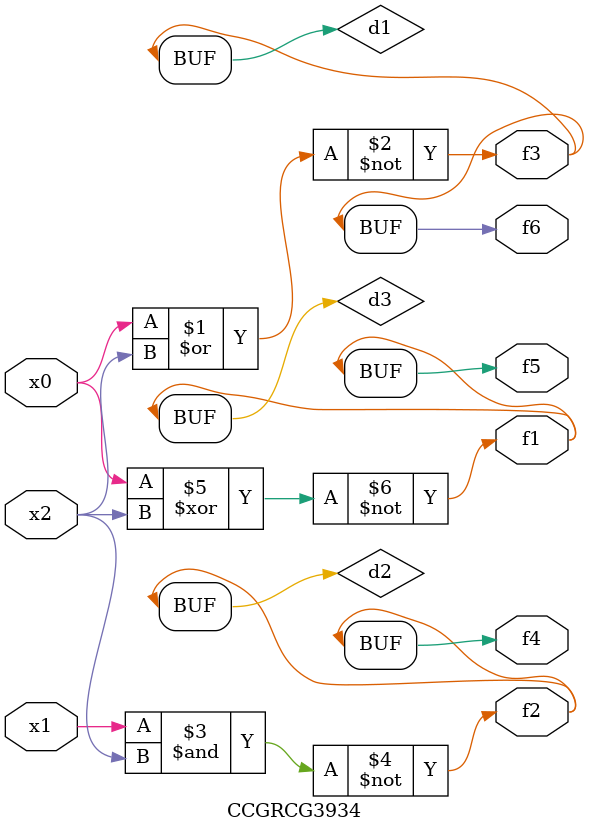
<source format=v>
module CCGRCG3934(
	input x0, x1, x2,
	output f1, f2, f3, f4, f5, f6
);

	wire d1, d2, d3;

	nor (d1, x0, x2);
	nand (d2, x1, x2);
	xnor (d3, x0, x2);
	assign f1 = d3;
	assign f2 = d2;
	assign f3 = d1;
	assign f4 = d2;
	assign f5 = d3;
	assign f6 = d1;
endmodule

</source>
